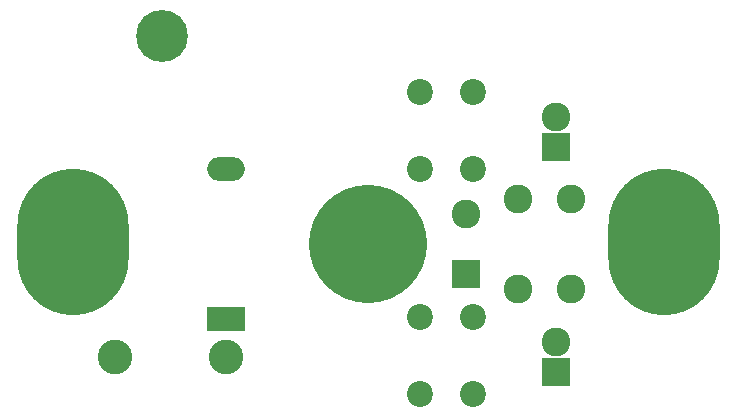
<source format=gbr>
G04 #@! TF.FileFunction,Soldermask,Top*
%FSLAX46Y46*%
G04 Gerber Fmt 4.6, Leading zero omitted, Abs format (unit mm)*
G04 Created by KiCad (PCBNEW 4.0.4-stable) date 03/09/17 11:08:24*
%MOMM*%
%LPD*%
G01*
G04 APERTURE LIST*
%ADD10C,0.500000*%
%ADD11C,2.940000*%
%ADD12C,2.432000*%
%ADD13C,2.200000*%
%ADD14C,10.010000*%
%ADD15R,3.200000X2.000000*%
%ADD16O,3.200000X2.000000*%
%ADD17R,2.432000X2.432000*%
%ADD18O,9.400000X12.400000*%
%ADD19C,4.400000*%
G04 APERTURE END LIST*
D10*
D11*
X13335000Y5715000D03*
X3937000Y5715000D03*
D12*
X42545000Y19050000D03*
X42545000Y11430000D03*
X38100000Y19050000D03*
X38100000Y11430000D03*
D13*
X29790000Y21590000D03*
X34290000Y21590000D03*
X34290000Y28090000D03*
X29790000Y28090000D03*
X29790000Y2540000D03*
X34290000Y2540000D03*
X34290000Y9040000D03*
X29790000Y9040000D03*
D14*
X25400000Y15240000D03*
D15*
X13335000Y8890000D03*
D16*
X13335000Y21590000D03*
D12*
X41275000Y26035000D03*
D17*
X41275000Y23495000D03*
D12*
X41275000Y6985000D03*
D17*
X41275000Y4445000D03*
X33655000Y12700000D03*
D12*
X33655000Y17780000D03*
D18*
X50419000Y15381000D03*
X419000Y15381000D03*
D19*
X7919000Y32881000D03*
M02*

</source>
